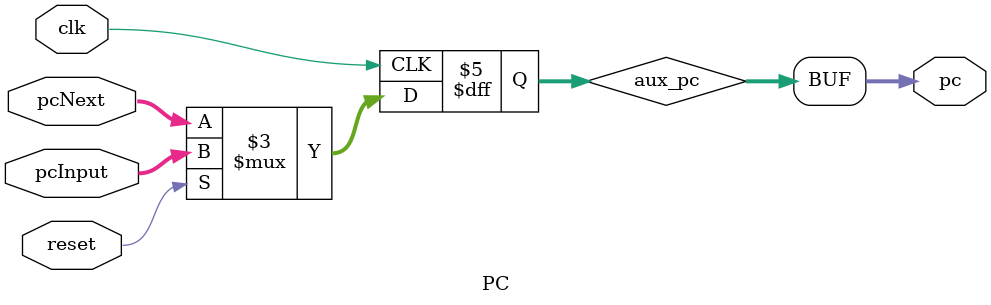
<source format=v>

module PC (
    input wire clk,
    input wire reset,
    input [31:0] pcInput,
    input [31:0] pcNext,
    output [31:0] pc
);

reg [31:0] aux_pc;

// inicia en el valor de pcInput
// ya no harcoded en 0...
/*
initial begin
    aux_pc = 0;
end
*/    
always @(posedge clk) begin
  if (reset) 
    begin
      aux_pc <= pcInput;
    end
  else
    begin
      aux_pc <= pcNext;
    end
  
end

assign pc = aux_pc;

endmodule

</source>
